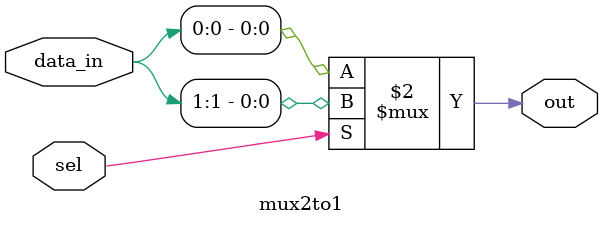
<source format=v>
module mux8to1_structural (input [7:0] data_in, // 8-bit input
                           input [2:0] sel,     // 3-bit select line
                           output out);         // output


wire[1:0] stage1; // Outputs of first stage 4:1 muxes
wire stage2;   // Output of second stage 2:1 mux

// First stages- two 4:1 mux
mux4to1 mux4_0(
.data_in(data_in[3:0]),
.sel(sel[1:0]),
.out(stage1[0])
);

mux4to1 mux4_1(
.data_in(data_in[7:4]),
.sel(sel[1:0]),
.out(stage1[1])
);

// Second stage - 2:1 mux to select between first stage outputs
mux2to1 mux2(
.data_in(stage1),
.sel(sel[2]),
.out(out)
);


endmodule


module mux4to1 (
    input [3:0] data_in,
    input [1:0] sel,
    output reg out
    );
    
    always @(*) begin
        case (sel)
            2'b00 :  out = data_in[0];
            2'b01 :  out = data_in[1];
            2'b10 :  out = data_in[2];
            2'b11 :  out = data_in[3];
        endcase
    end
    
endmodule
    
    module mux2to1 (
        input [1:0] data_in,
        input  sel,
        output reg out
        );
        always @(*) begin
            out = sel ? data_in[1] : data_in[0];
        end
    endmodule


</source>
